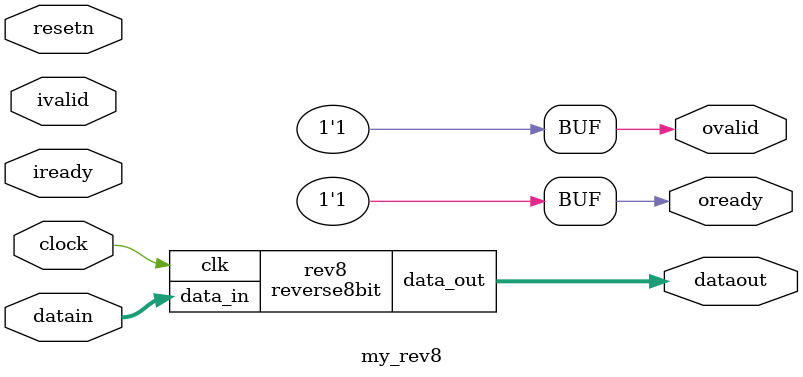
<source format=v>
`timescale 1 ps / 1 ps

module reverse8bit(
		   input 	    clk,
		   input [7:0] 	    data_in,
		   output reg [7:0] data_out);
   
   integer 			    i;

   always @ (posedge clk)
     begin
	for (i=0; i<8; i=i+1) begin: reverse
	   data_out[8-1-i] <= data_in[i];
	end
     end
endmodule // reverse8bit

module my_rev8 (
		input 	      clock,
		input 	      resetn,
		input 	      ivalid,
		input 	      iready,
		output 	      ovalid,
		output 	      oready,
		input [7:0]   datain,
		output [7:0] dataout);

   assign ovalid = 1'b1;
   assign oready = 1'b1;
   // ivalid, iready, resetn are ignored   

   reverse8bit rev8(
		    clock,
		    datain,
		    dataout);
endmodule

</source>
